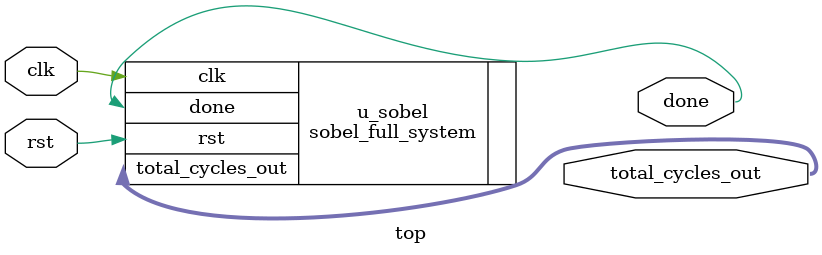
<source format=sv>
module top (
    input  logic        clk,
    input  logic        rst,
    output logic        done,
    output logic [31:0] total_cycles_out
);

    sobel_full_system #(
        .WIDTH(240),
        .HEIGHT(240),
        .TOTAL(240*240),
        .INIT_FILE("image.mif") // for real Quartus build (altsyncram)
    ) u_sobel (
        .clk(clk),
        .rst(rst),
        .done(done),
        .total_cycles_out(total_cycles_out)
    );

endmodule

</source>
